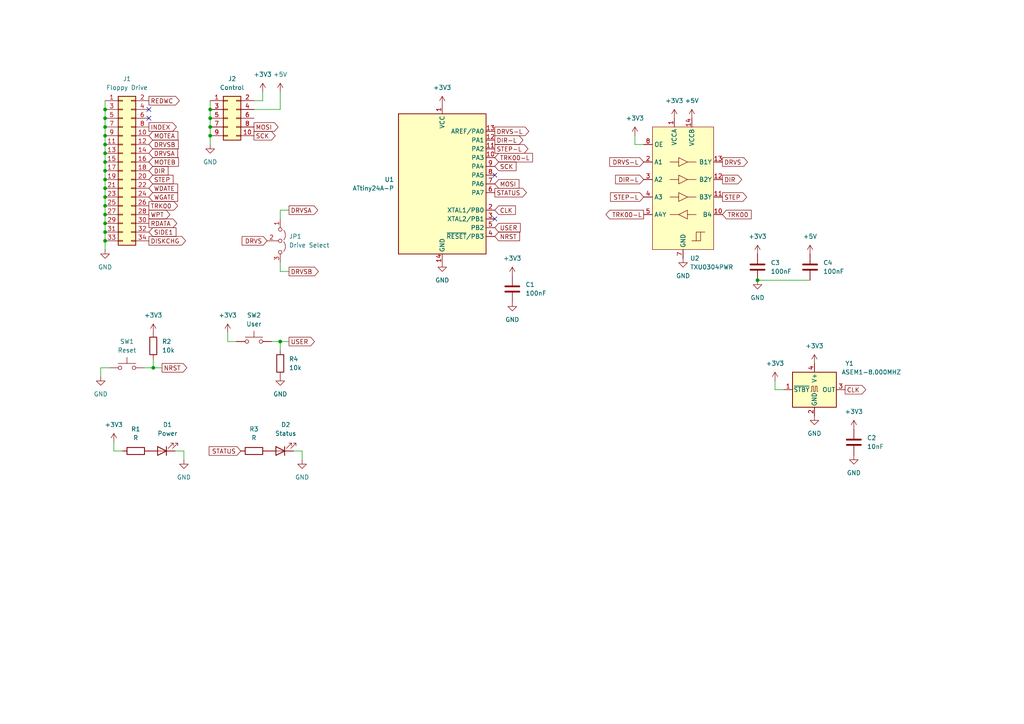
<source format=kicad_sch>
(kicad_sch (version 20211123) (generator eeschema)
  (paper "A4")
  (lib_symbols
    (symbol "Connector_Generic:Conn_02x05_Odd_Even" (pin_names (offset 1.016) hide)
      (property "Reference" "J" (at 1.27 7.62 0))
      (property "Value" "Conn_02x05_Odd_Even" (at 1.27 -7.62 0))
      (symbol "Conn_02x05_Odd_Even_1_1"
        (rectangle (start -1.27 -4.953) (end 0 -5.207) (stroke (width 0.1524)))
        (rectangle (start -1.27 -2.413) (end 0 -2.667) (stroke (width 0.1524)))
        (rectangle (start -1.27 0.127) (end 0 -0.127) (stroke (width 0.1524)))
        (rectangle (start -1.27 2.667) (end 0 2.413) (stroke (width 0.1524)))
        (rectangle (start -1.27 5.207) (end 0 4.953) (stroke (width 0.1524)))
        (rectangle (start -1.27 6.35) (end 3.81 -6.35) (stroke (width 0.254)) (fill (type background)))
        (rectangle (start 3.81 -4.953) (end 2.54 -5.207) (stroke (width 0.1524)))
        (rectangle (start 3.81 -2.413) (end 2.54 -2.667) (stroke (width 0.1524)))
        (rectangle (start 3.81 0.127) (end 2.54 -0.127) (stroke (width 0.1524)))
        (rectangle (start 3.81 2.667) (end 2.54 2.413) (stroke (width 0.1524)))
        (rectangle (start 3.81 5.207) (end 2.54 4.953) (stroke (width 0.1524)))
        (pin passive line (at -5.08 5.08 0) (length 3.81) (name "Pin_1") (number "1"))
        (pin passive line (at 7.62 -5.08 180) (length 3.81) (name "Pin_10") (number "10"))
        (pin passive line (at 7.62 5.08 180) (length 3.81) (name "Pin_2") (number "2"))
        (pin passive line (at -5.08 2.54 0) (length 3.81) (name "Pin_3") (number "3"))
        (pin passive line (at 7.62 2.54 180) (length 3.81) (name "Pin_4") (number "4"))
        (pin passive line (at -5.08 0 0) (length 3.81) (name "Pin_5") (number "5"))
        (pin passive line (at 7.62 0 180) (length 3.81) (name "Pin_6") (number "6"))
        (pin passive line (at -5.08 -2.54 0) (length 3.81) (name "Pin_7") (number "7"))
        (pin passive line (at 7.62 -2.54 180) (length 3.81) (name "Pin_8") (number "8"))
        (pin passive line (at -5.08 -5.08 0) (length 3.81) (name "Pin_9") (number "9"))
      )
    )
    (symbol "Connector_Generic:Conn_02x17_Odd_Even" (pin_names (offset 1.016) hide)
      (property "Reference" "J" (at 1.27 22.86 0))
      (property "Value" "Conn_02x17_Odd_Even" (at 1.27 -22.86 0))
      (symbol "Conn_02x17_Odd_Even_1_1"
        (rectangle (start -1.27 -20.193) (end 0 -20.447) (stroke (width 0.1524)))
        (rectangle (start -1.27 -17.653) (end 0 -17.907) (stroke (width 0.1524)))
        (rectangle (start -1.27 -15.113) (end 0 -15.367) (stroke (width 0.1524)))
        (rectangle (start -1.27 -12.573) (end 0 -12.827) (stroke (width 0.1524)))
        (rectangle (start -1.27 -10.033) (end 0 -10.287) (stroke (width 0.1524)))
        (rectangle (start -1.27 -7.493) (end 0 -7.747) (stroke (width 0.1524)))
        (rectangle (start -1.27 -4.953) (end 0 -5.207) (stroke (width 0.1524)))
        (rectangle (start -1.27 -2.413) (end 0 -2.667) (stroke (width 0.1524)))
        (rectangle (start -1.27 0.127) (end 0 -0.127) (stroke (width 0.1524)))
        (rectangle (start -1.27 2.667) (end 0 2.413) (stroke (width 0.1524)))
        (rectangle (start -1.27 5.207) (end 0 4.953) (stroke (width 0.1524)))
        (rectangle (start -1.27 7.747) (end 0 7.493) (stroke (width 0.1524)))
        (rectangle (start -1.27 10.287) (end 0 10.033) (stroke (width 0.1524)))
        (rectangle (start -1.27 12.827) (end 0 12.573) (stroke (width 0.1524)))
        (rectangle (start -1.27 15.367) (end 0 15.113) (stroke (width 0.1524)))
        (rectangle (start -1.27 17.907) (end 0 17.653) (stroke (width 0.1524)))
        (rectangle (start -1.27 20.447) (end 0 20.193) (stroke (width 0.1524)))
        (rectangle (start -1.27 21.59) (end 3.81 -21.59) (stroke (width 0.254)) (fill (type background)))
        (rectangle (start 3.81 -20.193) (end 2.54 -20.447) (stroke (width 0.1524)))
        (rectangle (start 3.81 -17.653) (end 2.54 -17.907) (stroke (width 0.1524)))
        (rectangle (start 3.81 -15.113) (end 2.54 -15.367) (stroke (width 0.1524)))
        (rectangle (start 3.81 -12.573) (end 2.54 -12.827) (stroke (width 0.1524)))
        (rectangle (start 3.81 -10.033) (end 2.54 -10.287) (stroke (width 0.1524)))
        (rectangle (start 3.81 -7.493) (end 2.54 -7.747) (stroke (width 0.1524)))
        (rectangle (start 3.81 -4.953) (end 2.54 -5.207) (stroke (width 0.1524)))
        (rectangle (start 3.81 -2.413) (end 2.54 -2.667) (stroke (width 0.1524)))
        (rectangle (start 3.81 0.127) (end 2.54 -0.127) (stroke (width 0.1524)))
        (rectangle (start 3.81 2.667) (end 2.54 2.413) (stroke (width 0.1524)))
        (rectangle (start 3.81 5.207) (end 2.54 4.953) (stroke (width 0.1524)))
        (rectangle (start 3.81 7.747) (end 2.54 7.493) (stroke (width 0.1524)))
        (rectangle (start 3.81 10.287) (end 2.54 10.033) (stroke (width 0.1524)))
        (rectangle (start 3.81 12.827) (end 2.54 12.573) (stroke (width 0.1524)))
        (rectangle (start 3.81 15.367) (end 2.54 15.113) (stroke (width 0.1524)))
        (rectangle (start 3.81 17.907) (end 2.54 17.653) (stroke (width 0.1524)))
        (rectangle (start 3.81 20.447) (end 2.54 20.193) (stroke (width 0.1524)))
        (pin passive line (at -5.08 20.32 0) (length 3.81) (name "Pin_1") (number "1"))
        (pin passive line (at 7.62 10.16 180) (length 3.81) (name "Pin_10") (number "10"))
        (pin passive line (at -5.08 7.62 0) (length 3.81) (name "Pin_11") (number "11"))
        (pin passive line (at 7.62 7.62 180) (length 3.81) (name "Pin_12") (number "12"))
        (pin passive line (at -5.08 5.08 0) (length 3.81) (name "Pin_13") (number "13"))
        (pin passive line (at 7.62 5.08 180) (length 3.81) (name "Pin_14") (number "14"))
        (pin passive line (at -5.08 2.54 0) (length 3.81) (name "Pin_15") (number "15"))
        (pin passive line (at 7.62 2.54 180) (length 3.81) (name "Pin_16") (number "16"))
        (pin passive line (at -5.08 0 0) (length 3.81) (name "Pin_17") (number "17"))
        (pin passive line (at 7.62 0 180) (length 3.81) (name "Pin_18") (number "18"))
        (pin passive line (at -5.08 -2.54 0) (length 3.81) (name "Pin_19") (number "19"))
        (pin passive line (at 7.62 20.32 180) (length 3.81) (name "Pin_2") (number "2"))
        (pin passive line (at 7.62 -2.54 180) (length 3.81) (name "Pin_20") (number "20"))
        (pin passive line (at -5.08 -5.08 0) (length 3.81) (name "Pin_21") (number "21"))
        (pin passive line (at 7.62 -5.08 180) (length 3.81) (name "Pin_22") (number "22"))
        (pin passive line (at -5.08 -7.62 0) (length 3.81) (name "Pin_23") (number "23"))
        (pin passive line (at 7.62 -7.62 180) (length 3.81) (name "Pin_24") (number "24"))
        (pin passive line (at -5.08 -10.16 0) (length 3.81) (name "Pin_25") (number "25"))
        (pin passive line (at 7.62 -10.16 180) (length 3.81) (name "Pin_26") (number "26"))
        (pin passive line (at -5.08 -12.7 0) (length 3.81) (name "Pin_27") (number "27"))
        (pin passive line (at 7.62 -12.7 180) (length 3.81) (name "Pin_28") (number "28"))
        (pin passive line (at -5.08 -15.24 0) (length 3.81) (name "Pin_29") (number "29"))
        (pin passive line (at -5.08 17.78 0) (length 3.81) (name "Pin_3") (number "3"))
        (pin passive line (at 7.62 -15.24 180) (length 3.81) (name "Pin_30") (number "30"))
        (pin passive line (at -5.08 -17.78 0) (length 3.81) (name "Pin_31") (number "31"))
        (pin passive line (at 7.62 -17.78 180) (length 3.81) (name "Pin_32") (number "32"))
        (pin passive line (at -5.08 -20.32 0) (length 3.81) (name "Pin_33") (number "33"))
        (pin passive line (at 7.62 -20.32 180) (length 3.81) (name "Pin_34") (number "34"))
        (pin passive line (at 7.62 17.78 180) (length 3.81) (name "Pin_4") (number "4"))
        (pin passive line (at -5.08 15.24 0) (length 3.81) (name "Pin_5") (number "5"))
        (pin passive line (at 7.62 15.24 180) (length 3.81) (name "Pin_6") (number "6"))
        (pin passive line (at -5.08 12.7 0) (length 3.81) (name "Pin_7") (number "7"))
        (pin passive line (at 7.62 12.7 180) (length 3.81) (name "Pin_8") (number "8"))
        (pin passive line (at -5.08 10.16 0) (length 3.81) (name "Pin_9") (number "9"))
      )
    )
    (symbol "Device:C" (pin_numbers hide) (pin_names (offset 0.254))
      (property "Reference" "C" (at 0.635 2.54 0))
      (property "Value" "C" (at 0.635 -2.54 0))
      (symbol "C_0_1"
        (polyline (pts (xy -2.032 -0.762) (xy 2.032 -0.762)) (stroke (width 0.508)))
        (polyline (pts (xy -2.032 0.762) (xy 2.032 0.762)) (stroke (width 0.508)))
      )
      (symbol "C_1_1"
        (pin passive line (at 0 3.81 270) (length 2.794) (name "~") (number "1"))
        (pin passive line (at 0 -3.81 90) (length 2.794) (name "~") (number "2"))
      )
    )
    (symbol "Device:LED" (pin_numbers hide) (pin_names (offset 1.016) hide)
      (property "Reference" "D" (at 0 2.54 0))
      (property "Value" "LED" (at 0 -2.54 0))
      (symbol "LED_0_1"
        (polyline (pts (xy -1.27 -1.27) (xy -1.27 1.27)) (stroke (width 0.254)))
        (polyline (pts (xy -1.27 0) (xy 1.27 0)))
        (polyline (pts (xy 1.27 -1.27) (xy 1.27 1.27) (xy -1.27 0) (xy 1.27 -1.27)) (stroke (width 0.254)))
        (polyline (pts (xy -3.048 -0.762) (xy -4.572 -2.286) (xy -3.81 -2.286) (xy -4.572 -2.286) (xy -4.572 -1.524)))
        (polyline (pts (xy -1.778 -0.762) (xy -3.302 -2.286) (xy -2.54 -2.286) (xy -3.302 -2.286) (xy -3.302 -1.524)))
      )
      (symbol "LED_1_1"
        (pin passive line (at -3.81 0 0) (length 2.54) (name "K") (number "1"))
        (pin passive line (at 3.81 0 180) (length 2.54) (name "A") (number "2"))
      )
    )
    (symbol "Device:R" (pin_numbers hide) (pin_names (offset 0))
      (property "Reference" "R" (at 2.032 0 90))
      (property "Value" "R" (at 0 0 90))
      (symbol "R_0_1"
        (rectangle (start -1.016 -2.54) (end 1.016 2.54) (stroke (width 0.254)))
      )
      (symbol "R_1_1"
        (pin passive line (at 0 3.81 270) (length 1.27) (name "~") (number "1"))
        (pin passive line (at 0 -3.81 90) (length 1.27) (name "~") (number "2"))
      )
    )
    (symbol "Jumper:Jumper_3_Open" (pin_names (offset 0) hide)
      (property "Reference" "JP" (at -2.54 -2.54 0))
      (property "Value" "Jumper_3_Open" (at 0 2.794 0))
      (symbol "Jumper_3_Open_0_0"
        (circle (center -3.302 0) (radius 0.508))
        (circle (center 0 0) (radius 0.508))
        (circle (center 3.302 0) (radius 0.508))
      )
      (symbol "Jumper_3_Open_0_1"
        (arc (start -0.254 1.016) (mid -1.651 1.4992) (end -3.048 1.016))
        (polyline (pts (xy 0 -0.508) (xy 0 -1.27)))
        (arc (start 3.048 1.016) (mid 1.651 1.4992) (end 0.254 1.016))
      )
      (symbol "Jumper_3_Open_1_1"
        (pin passive line (at -6.35 0 0) (length 2.54) (name "A") (number "1"))
        (pin input line (at 0 -3.81 90) (length 2.54) (name "C") (number "2"))
        (pin passive line (at 6.35 0 180) (length 2.54) (name "B") (number "3"))
      )
    )
    (symbol "MCU_Microchip_ATtiny:ATtiny24A-P"
      (property "Reference" "U" (at -12.7 21.59 0))
      (property "Value" "ATtiny24A-P" (at 2.54 -21.59 0))
      (symbol "ATtiny24A-P_0_1"
        (rectangle (start -12.7 -20.32) (end 12.7 20.32) (stroke (width 0.254)) (fill (type background)))
      )
      (symbol "ATtiny24A-P_1_1"
        (pin power_in line (at 0 22.86 270) (length 2.54) (name "VCC") (number "1"))
        (pin bidirectional line (at 15.24 7.62 180) (length 2.54) (name "PA3") (number "10"))
        (pin bidirectional line (at 15.24 10.16 180) (length 2.54) (name "PA2") (number "11"))
        (pin bidirectional line (at 15.24 12.7 180) (length 2.54) (name "PA1") (number "12"))
        (pin bidirectional line (at 15.24 15.24 180) (length 2.54) (name "AREF/PA0") (number "13"))
        (pin power_in line (at 0 -22.86 90) (length 2.54) (name "GND") (number "14"))
        (pin bidirectional line (at 15.24 -7.62 180) (length 2.54) (name "XTAL1/PB0") (number "2"))
        (pin bidirectional line (at 15.24 -10.16 180) (length 2.54) (name "XTAL2/PB1") (number "3"))
        (pin bidirectional line (at 15.24 -15.24 180) (length 2.54) (name "~{RESET}/PB3") (number "4"))
        (pin bidirectional line (at 15.24 -12.7 180) (length 2.54) (name "PB2") (number "5"))
        (pin bidirectional line (at 15.24 -2.54 180) (length 2.54) (name "PA7") (number "6"))
        (pin bidirectional line (at 15.24 0 180) (length 2.54) (name "PA6") (number "7"))
        (pin bidirectional line (at 15.24 2.54 180) (length 2.54) (name "PA5") (number "8"))
        (pin bidirectional line (at 15.24 5.08 180) (length 2.54) (name "PA4") (number "9"))
      )
    )
    (symbol "Switch:SW_Push" (pin_numbers hide) (pin_names (offset 1.016) hide)
      (property "Reference" "SW" (at 1.27 2.54 0))
      (property "Value" "SW_Push" (at 0 -1.524 0))
      (symbol "SW_Push_0_1"
        (circle (center -2.032 0) (radius 0.508))
        (polyline (pts (xy 0 1.27) (xy 0 3.048)))
        (polyline (pts (xy 2.54 1.27) (xy -2.54 1.27)))
        (circle (center 2.032 0) (radius 0.508))
        (pin passive line (at -5.08 0 0) (length 2.54) (name "1") (number "1"))
        (pin passive line (at 5.08 0 180) (length 2.54) (name "2") (number "2"))
      )
    )
    (symbol "agausmann:ASEM" (pin_names (offset 0.254))
      (property "Reference" "Y" (at -5.08 6.35 0))
      (property "Value" "ASEM" (at 1.27 -6.35 0))
      (symbol "ASEM_0_1"
        (rectangle (start -6.35 5.08) (end 6.35 -5.08) (stroke (width 0.254)) (fill (type background)))
        (polyline (pts (xy -1.016 -0.508) (xy -0.762 -0.508) (xy -0.762 1.016) (xy -0.254 1.016) (xy -0.254 -0.508) (xy 0.254 -0.508) (xy 0.254 1.016) (xy 0.762 1.016) (xy 0.762 -0.508) (xy 1.016 -0.508)))
      )
      (symbol "ASEM_1_1"
        (pin input line (at -8.89 0 0) (length 2.54) (name "~{STBY}") (number "1"))
        (pin power_in line (at 0 -7.62 90) (length 2.54) (name "GND") (number "2"))
        (pin output line (at 8.89 0 180) (length 2.54) (name "OUT") (number "3"))
        (pin power_in line (at 0 7.62 270) (length 2.54) (name "V+") (number "4"))
      )
    )
    (symbol "agausmann:TXU0304PWR"
      (property "Reference" "U" (at -16.51 -22.86 0))
      (property "Value" "TXU0304PWR" (at -16.51 -25.4 0))
      (symbol "TXU0304PWR_0_1"
        (rectangle (start -8.89 7.62) (end 8.89 -27.94) (fill (type background)))
        (polyline (pts (xy -1.27 -17.78) (xy -3.81 -17.78)))
        (polyline (pts (xy -1.27 -12.7) (xy -3.81 -12.7)))
        (polyline (pts (xy -1.27 -7.62) (xy -3.81 -7.62)))
        (polyline (pts (xy -1.27 -2.54) (xy -3.81 -2.54)))
        (polyline (pts (xy 1.27 -17.78) (xy 3.81 -17.78)))
        (polyline (pts (xy 1.27 -12.7) (xy 3.81 -12.7)))
        (polyline (pts (xy 1.27 -7.62) (xy 3.81 -7.62)))
        (polyline (pts (xy 1.27 -2.54) (xy 3.81 -2.54)))
        (polyline (pts (xy 5.08 -22.86) (xy 5.08 -25.4) (xy 2.54 -25.4)))
        (polyline (pts (xy 6.35 -22.86) (xy 3.81 -22.86) (xy 3.81 -25.4)))
        (polyline (pts (xy -1.27 -11.43) (xy -1.27 -13.97) (xy 1.27 -12.7) (xy -1.27 -11.43)))
        (polyline (pts (xy -1.27 -6.35) (xy -1.27 -8.89) (xy 1.27 -7.62) (xy -1.27 -6.35)))
        (polyline (pts (xy -1.27 -1.27) (xy -1.27 -3.81) (xy 1.27 -2.54) (xy -1.27 -1.27)))
        (polyline (pts (xy 1.27 -19.05) (xy 1.27 -16.51) (xy -1.27 -17.78) (xy 1.27 -19.05)))
      )
      (symbol "TXU0304PWR_1_1"
        (pin power_in line (at -2.54 10.16 270) (length 2.54) (name "VCCA") (number "1"))
        (pin input line (at 11.43 -17.78 180) (length 2.54) (name "B4") (number "10"))
        (pin output line (at 11.43 -12.7 180) (length 2.54) (name "B3Y") (number "11"))
        (pin output line (at 11.43 -7.62 180) (length 2.54) (name "B2Y") (number "12"))
        (pin output line (at 11.43 -2.54 180) (length 2.54) (name "B1Y") (number "13"))
        (pin power_in line (at 2.54 10.16 270) (length 2.54) (name "VCCB") (number "14"))
        (pin input line (at -11.43 -2.54 0) (length 2.54) (name "A1") (number "2"))
        (pin input line (at -11.43 -7.62 0) (length 2.54) (name "A2") (number "3"))
        (pin input line (at -11.43 -12.7 0) (length 2.54) (name "A3") (number "4"))
        (pin output line (at -11.43 -17.78 0) (length 2.54) (name "A4Y") (number "5"))
        (pin power_in line (at 0 -30.48 90) (length 2.54) (name "GND") (number "7"))
        (pin input line (at -11.43 2.54 0) (length 2.54) (name "OE") (number "8"))
      )
    )
    (symbol "power:+3V3" (power) (pin_names (offset 0))
      (property "Value" "+3V3" (at 0 3.556 0))
      (symbol "+3V3_0_1"
        (polyline (pts (xy -0.762 1.27) (xy 0 2.54)))
        (polyline (pts (xy 0 0) (xy 0 2.54)))
        (polyline (pts (xy 0 2.54) (xy 0.762 1.27)))
      )
      (symbol "+3V3_1_1"
        (pin power_in line (at 0 0 90) (length 0) hide (name "+3V3") (number "1"))
      )
    )
    (symbol "power:+5V" (power) (pin_names (offset 0))
      (property "Value" "+5V" (at 0 3.556 0))
      (symbol "+5V_0_1"
        (polyline (pts (xy -0.762 1.27) (xy 0 2.54)))
        (polyline (pts (xy 0 0) (xy 0 2.54)))
        (polyline (pts (xy 0 2.54) (xy 0.762 1.27)))
      )
      (symbol "+5V_1_1"
        (pin power_in line (at 0 0 90) (length 0) hide (name "+5V") (number "1"))
      )
    )
    (symbol "power:GND" (power) (pin_names (offset 0))
      (property "Value" "GND" (at 0 -3.81 0))
      (symbol "GND_0_1"
        (polyline (pts (xy 0 0) (xy 0 -1.27) (xy 1.27 -1.27) (xy 0 -2.54) (xy -1.27 -1.27) (xy 0 -1.27)))
      )
      (symbol "GND_1_1"
        (pin power_in line (at 0 0 270) (length 0) hide (name "GND") (number "1"))
      )
    )
  )
  (junction (at 30.48 41.91))
  (junction (at 30.48 62.23))
  (junction (at 30.48 34.29))
  (junction (at 30.48 67.31))
  (junction (at 30.48 49.53))
  (junction (at 30.48 44.45))
  (junction (at 60.96 31.75))
  (junction (at 44.45 106.68))
  (junction (at 30.48 57.15))
  (junction (at 30.48 39.37))
  (junction (at 81.28 99.06))
  (junction (at 60.96 39.37))
  (junction (at 30.48 54.61))
  (junction (at 30.48 46.99))
  (junction (at 30.48 64.77))
  (junction (at 30.48 69.85))
  (junction (at 219.71 81.28))
  (junction (at 60.96 36.83))
  (junction (at 30.48 52.07))
  (junction (at 60.96 34.29))
  (junction (at 30.48 36.83))
  (junction (at 30.48 31.75))
  (junction (at 30.48 59.69))
  (no_connect (at 143.51 50.8))
  (no_connect (at 143.51 63.5))
  (no_connect (at 43.18 31.75))
  (no_connect (at 43.18 34.29))
  (wire (pts (xy 30.48 39.37) (xy 30.48 41.91)))
  (wire (pts (xy 53.34 130.81) (xy 53.34 133.35)))
  (wire (pts (xy 30.48 44.45) (xy 30.48 46.99)))
  (wire (pts (xy 60.96 36.83) (xy 60.96 39.37)))
  (wire (pts (xy 76.2 26.67) (xy 76.2 29.21)))
  (wire (pts (xy 184.15 39.37) (xy 184.15 41.91)))
  (wire (pts (xy 30.48 36.83) (xy 30.48 39.37)))
  (wire (pts (xy 85.09 130.81) (xy 87.63 130.81)))
  (wire (pts (xy 30.48 34.29) (xy 30.48 36.83)))
  (wire (pts (xy 66.04 96.52) (xy 66.04 99.06)))
  (wire (pts (xy 29.21 106.68) (xy 29.21 109.22)))
  (wire (pts (xy 224.79 113.03) (xy 227.33 113.03)))
  (wire (pts (xy 78.74 99.06) (xy 81.28 99.06)))
  (wire (pts (xy 81.28 99.06) (xy 81.28 101.6)))
  (wire (pts (xy 33.02 130.81) (xy 35.56 130.81)))
  (wire (pts (xy 30.48 49.53) (xy 30.48 52.07)))
  (wire (pts (xy 30.48 52.07) (xy 30.48 54.61)))
  (wire (pts (xy 50.8 130.81) (xy 53.34 130.81)))
  (wire (pts (xy 31.75 106.68) (xy 29.21 106.68)))
  (wire (pts (xy 30.48 59.69) (xy 30.48 62.23)))
  (wire (pts (xy 60.96 39.37) (xy 60.96 41.91)))
  (wire (pts (xy 30.48 69.85) (xy 30.48 72.39)))
  (wire (pts (xy 81.28 60.96) (xy 81.28 63.5)))
  (wire (pts (xy 30.48 41.91) (xy 30.48 44.45)))
  (wire (pts (xy 87.63 130.81) (xy 87.63 133.35)))
  (wire (pts (xy 219.71 81.28) (xy 234.95 81.28)))
  (wire (pts (xy 44.45 106.68) (xy 44.45 104.14)))
  (wire (pts (xy 60.96 31.75) (xy 60.96 34.29)))
  (wire (pts (xy 81.28 26.67) (xy 81.28 31.75)))
  (wire (pts (xy 186.69 41.91) (xy 184.15 41.91)))
  (wire (pts (xy 66.04 99.06) (xy 68.58 99.06)))
  (wire (pts (xy 81.28 99.06) (xy 83.82 99.06)))
  (wire (pts (xy 44.45 106.68) (xy 46.99 106.68)))
  (wire (pts (xy 60.96 29.21) (xy 60.96 31.75)))
  (wire (pts (xy 30.48 64.77) (xy 30.48 67.31)))
  (wire (pts (xy 224.79 110.49) (xy 224.79 113.03)))
  (wire (pts (xy 30.48 57.15) (xy 30.48 59.69)))
  (wire (pts (xy 81.28 31.75) (xy 73.66 31.75)))
  (wire (pts (xy 30.48 67.31) (xy 30.48 69.85)))
  (wire (pts (xy 60.96 34.29) (xy 60.96 36.83)))
  (wire (pts (xy 81.28 76.2) (xy 81.28 78.74)))
  (wire (pts (xy 30.48 29.21) (xy 30.48 31.75)))
  (wire (pts (xy 30.48 54.61) (xy 30.48 57.15)))
  (wire (pts (xy 30.48 46.99) (xy 30.48 49.53)))
  (wire (pts (xy 30.48 31.75) (xy 30.48 34.29)))
  (wire (pts (xy 33.02 128.27) (xy 33.02 130.81)))
  (wire (pts (xy 81.28 78.74) (xy 83.82 78.74)))
  (wire (pts (xy 41.91 106.68) (xy 44.45 106.68)))
  (wire (pts (xy 83.82 60.96) (xy 81.28 60.96)))
  (wire (pts (xy 76.2 29.21) (xy 73.66 29.21)))
  (wire (pts (xy 30.48 62.23) (xy 30.48 64.77)))
  (global_label "TRK00-L" (shape output) (at 186.69 62.23 180) (property "Intersheet References" "${INTERSHEET_REFS}" (effects hide)))
  (global_label "USER" (shape output) (at 83.82 99.06 0) (property "Intersheet References" "${INTERSHEET_REFS}" (effects hide)))
  (global_label "STATUS" (shape output) (at 143.51 55.88 0) (property "Intersheet References" "${INTERSHEET_REFS}" (effects hide)))
  (global_label "SCK" (shape input) (at 143.51 48.26 0) (property "Intersheet References" "${INTERSHEET_REFS}" (effects hide)))
  (global_label "TRK00-L" (shape input) (at 143.51 45.72 0) (property "Intersheet References" "${INTERSHEET_REFS}" (effects hide)))
  (global_label "DRVS" (shape output) (at 209.55 46.99 0) (property "Intersheet References" "${INTERSHEET_REFS}" (effects hide)))
  (global_label "DISKCHG" (shape output) (at 43.18 69.85 0) (property "Intersheet References" "${INTERSHEET_REFS}" (effects hide)))
  (global_label "DRVSA" (shape output) (at 83.82 60.96 0) (property "Intersheet References" "${INTERSHEET_REFS}" (effects hide)))
  (global_label "TRK00" (shape output) (at 43.18 59.69 0) (property "Intersheet References" "${INTERSHEET_REFS}" (effects hide)))
  (global_label "MOSI" (shape input) (at 143.51 53.34 0) (property "Intersheet References" "${INTERSHEET_REFS}" (effects hide)))
  (global_label "MOSI" (shape output) (at 73.66 36.83 0) (property "Intersheet References" "${INTERSHEET_REFS}" (effects hide)))
  (global_label "REDWC" (shape output) (at 43.18 29.21 0) (property "Intersheet References" "${INTERSHEET_REFS}" (effects hide)))
  (global_label "WGATE" (shape input) (at 43.18 57.15 0) (property "Intersheet References" "${INTERSHEET_REFS}" (effects hide)))
  (global_label "NRST" (shape input) (at 143.51 68.58 0) (property "Intersheet References" "${INTERSHEET_REFS}" (effects hide)))
  (global_label "SCK" (shape output) (at 73.66 39.37 0) (property "Intersheet References" "${INTERSHEET_REFS}" (effects hide)))
  (global_label "STATUS" (shape input) (at 69.85 130.81 180) (property "Intersheet References" "${INTERSHEET_REFS}" (effects hide)))
  (global_label "RDATA" (shape output) (at 43.18 64.77 0) (property "Intersheet References" "${INTERSHEET_REFS}" (effects hide)))
  (global_label "STEP-L" (shape output) (at 143.51 43.18 0) (property "Intersheet References" "${INTERSHEET_REFS}" (effects hide)))
  (global_label "MOTEA" (shape input) (at 43.18 39.37 0) (property "Intersheet References" "${INTERSHEET_REFS}" (effects hide)))
  (global_label "DRVSB" (shape output) (at 83.82 78.74 0) (property "Intersheet References" "${INTERSHEET_REFS}" (effects hide)))
  (global_label "DIR-L" (shape input) (at 186.69 52.07 180) (property "Intersheet References" "${INTERSHEET_REFS}" (effects hide)))
  (global_label "WPT" (shape output) (at 43.18 62.23 0) (property "Intersheet References" "${INTERSHEET_REFS}" (effects hide)))
  (global_label "USER" (shape input) (at 143.51 66.04 0) (property "Intersheet References" "${INTERSHEET_REFS}" (effects hide)))
  (global_label "DRVS" (shape input) (at 77.47 69.85 180) (property "Intersheet References" "${INTERSHEET_REFS}" (effects hide)))
  (global_label "SIDE1" (shape input) (at 43.18 67.31 0) (property "Intersheet References" "${INTERSHEET_REFS}" (effects hide)))
  (global_label "DIR" (shape output) (at 209.55 52.07 0) (property "Intersheet References" "${INTERSHEET_REFS}" (effects hide)))
  (global_label "MOTEB" (shape input) (at 43.18 46.99 0) (property "Intersheet References" "${INTERSHEET_REFS}" (effects hide)))
  (global_label "DIR" (shape input) (at 43.18 49.53 0) (property "Intersheet References" "${INTERSHEET_REFS}" (effects hide)))
  (global_label "STEP" (shape input) (at 43.18 52.07 0) (property "Intersheet References" "${INTERSHEET_REFS}" (effects hide)))
  (global_label "CLK" (shape input) (at 143.51 60.96 0) (property "Intersheet References" "${INTERSHEET_REFS}" (effects hide)))
  (global_label "NRST" (shape output) (at 46.99 106.68 0) (property "Intersheet References" "${INTERSHEET_REFS}" (effects hide)))
  (global_label "DRVS-L" (shape input) (at 186.69 46.99 180) (property "Intersheet References" "${INTERSHEET_REFS}" (effects hide)))
  (global_label "WDATE" (shape input) (at 43.18 54.61 0) (property "Intersheet References" "${INTERSHEET_REFS}" (effects hide)))
  (global_label "DRVS-L" (shape output) (at 143.51 38.1 0) (property "Intersheet References" "${INTERSHEET_REFS}" (effects hide)))
  (global_label "DRVSA" (shape input) (at 43.18 44.45 0) (property "Intersheet References" "${INTERSHEET_REFS}" (effects hide)))
  (global_label "STEP" (shape output) (at 209.55 57.15 0) (property "Intersheet References" "${INTERSHEET_REFS}" (effects hide)))
  (global_label "TRK00" (shape input) (at 209.55 62.23 0) (property "Intersheet References" "${INTERSHEET_REFS}" (effects hide)))
  (global_label "CLK" (shape output) (at 245.11 113.03 0) (property "Intersheet References" "${INTERSHEET_REFS}" (effects hide)))
  (global_label "DIR-L" (shape output) (at 143.51 40.64 0) (property "Intersheet References" "${INTERSHEET_REFS}" (effects hide)))
  (global_label "STEP-L" (shape input) (at 186.69 57.15 180) (property "Intersheet References" "${INTERSHEET_REFS}" (effects hide)))
  (global_label "DRVSB" (shape input) (at 43.18 41.91 0) (property "Intersheet References" "${INTERSHEET_REFS}" (effects hide)))
  (global_label "INDEX" (shape output) (at 43.18 36.83 0) (property "Intersheet References" "${INTERSHEET_REFS}" (effects hide)))
  (symbol (lib_id "Switch:SW_Push") (at 73.66 99.06 0) (unit 1)
    (property "Reference" "SW2" (at 73.66 91.44 0))
    (property "Value" "User" (at 73.66 93.98 0))
    (property "Footprint" "Button_Switch_SMD:SW_Push_1P1T_NO_6x6mm_H9.5mm" (effects hide))
    (property "Digikey" "CKN10880CT-ND" (effects hide))
  )
  (symbol (lib_id "power:+3V3") (at 224.79 110.49 0) (unit 1)
    (property "Reference" "#PWR0101" (effects hide))
    (property "Value" "+3V3" (at 224.79 105.41 0))
  )
  (symbol (lib_id "Connector_Generic:Conn_02x05_Odd_Even") (at 66.04 34.29 0) (unit 1)
    (property "Reference" "J2" (at 67.31 22.86 0))
    (property "Value" "Control" (at 67.31 25.4 0))
    (property "Footprint" "Connector_IDC:IDC-Header_2x05_P2.54mm_Horizontal" (effects hide))
    (property "Digikey" "ED10533-ND" (effects hide))
  )
  (symbol (lib_id "power:GND") (at 29.21 109.22 0) (unit 1)
    (property "Reference" "#PWR01" (effects hide))
    (property "Value" "GND" (at 29.21 114.3 0))
  )
  (symbol (lib_id "power:+3V3") (at 33.02 128.27 0) (unit 1)
    (property "Reference" "#PWR03" (effects hide))
    (property "Value" "+3V3" (at 33.02 123.19 0))
  )
  (symbol (lib_id "Device:LED") (at 46.99 130.81 180) (unit 1)
    (property "Reference" "D1" (at 48.5775 123.19 0))
    (property "Value" "Power" (at 48.5775 125.73 0))
    (property "Footprint" "LED_SMD:LED_0603_1608Metric" (effects hide))
    (property "Digikey" "732-4978-1-ND" (effects hide))
  )
  (symbol (lib_id "Connector_Generic:Conn_02x17_Odd_Even") (at 35.56 49.53 0) (unit 1)
    (property "Reference" "J1" (at 36.83 22.86 0))
    (property "Value" "Floppy Drive" (at 36.83 25.4 0))
    (property "Footprint" "Connector_IDC:IDC-Header_2x17_P2.54mm_Horizontal" (effects hide))
    (property "Digikey" "S9207-ND" (effects hide))
  )
  (symbol (lib_id "power:+3V3") (at 76.2 26.67 0) (unit 1)
    (property "Reference" "#PWR08" (effects hide))
    (property "Value" "+3V3" (at 76.2 21.59 0))
  )
  (symbol (lib_id "power:GND") (at 247.65 132.08 0) (unit 1)
    (property "Reference" "#PWR0102" (effects hide))
    (property "Value" "GND" (at 247.65 137.16 0))
  )
  (symbol (lib_id "power:+5V") (at 234.95 73.66 0) (unit 1)
    (property "Reference" "#PWR020" (effects hide))
    (property "Value" "+5V" (at 234.95 68.58 0))
  )
  (symbol (lib_id "Device:R") (at 73.66 130.81 90) (unit 1)
    (property "Reference" "R3" (at 73.66 124.46 90))
    (property "Value" "R" (at 73.66 127 90))
    (property "Footprint" "Resistor_SMD:R_0603_1608Metric" (effects hide))
  )
  (symbol (lib_id "MCU_Microchip_ATtiny:ATtiny24A-P") (at 128.27 53.34 0) (unit 1)
    (property "Reference" "U1" (at 114.3 52.0699 0) (effects (justify right)))
    (property "Value" "ATtiny24A-P" (at 114.3 54.6099 0) (effects (justify right)))
    (property "Footprint" "Package_DIP:DIP-14_W7.62mm" (effects hide))
    (property "Datasheet" "http://ww1.microchip.com/downloads/en/DeviceDoc/doc8183.pdf" (effects hide))
    (property "Comment" "Socketed" (effects hide))
    (property "Digikey" "ED3045-5-ND" (effects hide))
  )
  (symbol (lib_id "power:GND") (at 148.59 87.63 0) (unit 1)
    (property "Reference" "#PWR015" (effects hide))
    (property "Value" "GND" (at 148.59 92.71 0))
  )
  (symbol (lib_id "power:+5V") (at 200.66 34.29 0) (unit 1)
    (property "Reference" "#PWR019" (effects hide))
    (property "Value" "+5V" (at 200.66 29.21 0))
  )
  (symbol (lib_id "power:+3V3") (at 247.65 124.46 0) (unit 1)
    (property "Reference" "#PWR0103" (effects hide))
    (property "Value" "+3V3" (at 247.65 119.38 0))
  )
  (symbol (lib_id "power:+3V3") (at 66.04 96.52 0) (unit 1)
    (property "Reference" "#PWR07" (effects hide))
    (property "Value" "+3V3" (at 66.04 91.44 0))
  )
  (symbol (lib_id "power:GND") (at 60.96 41.91 0) (unit 1)
    (property "Reference" "#PWR06" (effects hide))
    (property "Value" "GND" (at 60.96 46.99 0))
  )
  (symbol (lib_id "power:GND") (at 128.27 76.2 0) (unit 1)
    (property "Reference" "#PWR013" (effects hide))
    (property "Value" "GND" (at 128.27 81.28 0))
  )
  (symbol (lib_id "power:GND") (at 81.28 109.22 0) (unit 1)
    (property "Reference" "#PWR010" (effects hide))
    (property "Value" "GND" (at 81.28 114.3 0))
  )
  (symbol (lib_id "agausmann:ASEM") (at 236.22 113.03 0) (unit 1)
    (property "Reference" "Y1" (at 246.38 105.41 0))
    (property "Value" "ASEM1-8.000MHZ" (at 252.73 107.95 0))
    (property "Footprint" "agausmann:ASEM-4Pin-3.2x2.5mm" (effects hide))
    (property "Datasheet" "https://abracon.com/Oscillators/ASEM.pdf" (effects hide))
    (property "Digikey" "535-9754-1-ND" (effects hide))
  )
  (symbol (lib_id "Device:R") (at 39.37 130.81 90) (unit 1)
    (property "Reference" "R1" (at 39.37 124.46 90))
    (property "Value" "R" (at 39.37 127 90))
    (property "Footprint" "Resistor_SMD:R_0603_1608Metric" (effects hide))
  )
  (symbol (lib_id "power:+3V3") (at 44.45 96.52 0) (unit 1)
    (property "Reference" "#PWR04" (effects hide))
    (property "Value" "+3V3" (at 44.45 91.44 0))
  )
  (symbol (lib_id "power:+3V3") (at 219.71 73.66 0) (unit 1)
    (property "Reference" "#PWR0104" (effects hide))
    (property "Value" "+3V3" (at 219.71 68.58 0))
  )
  (symbol (lib_id "power:GND") (at 219.71 81.28 0) (unit 1)
    (property "Reference" "#PWR0105" (effects hide))
    (property "Value" "GND" (at 219.71 86.36 0))
  )
  (symbol (lib_id "power:+3V3") (at 236.22 105.41 0) (unit 1)
    (property "Reference" "#PWR021" (effects hide))
    (property "Value" "+3V3" (at 236.22 100.33 0))
  )
  (symbol (lib_id "power:+3V3") (at 184.15 39.37 0) (unit 1)
    (property "Reference" "#PWR016" (effects hide))
    (property "Value" "+3V3" (at 184.15 34.29 0))
  )
  (symbol (lib_id "power:GND") (at 53.34 133.35 0) (unit 1)
    (property "Reference" "#PWR05" (effects hide))
    (property "Value" "GND" (at 53.34 138.43 0))
  )
  (symbol (lib_id "Device:C") (at 219.71 77.47 0) (unit 1)
    (property "Reference" "C3" (at 223.52 76.1999 0) (effects (justify left)))
    (property "Value" "100nF" (at 223.52 78.7399 0) (effects (justify left)))
    (property "Footprint" "Capacitor_SMD:C_0603_1608Metric" (effects hide))
    (property "Digikey" "1276-1005-1-ND" (effects hide))
  )
  (symbol (lib_id "power:GND") (at 236.22 120.65 0) (unit 1)
    (property "Reference" "#PWR022" (effects hide))
    (property "Value" "GND" (at 236.22 125.73 0))
  )
  (symbol (lib_id "power:+3V3") (at 148.59 80.01 0) (unit 1)
    (property "Reference" "#PWR014" (effects hide))
    (property "Value" "+3V3" (at 148.59 74.93 0))
  )
  (symbol (lib_id "Device:C") (at 247.65 128.27 0) (unit 1)
    (property "Reference" "C2" (at 251.46 126.9999 0) (effects (justify left)))
    (property "Value" "10nF" (at 251.46 129.5399 0) (effects (justify left)))
    (property "Footprint" "Capacitor_SMD:C_0603_1608Metric" (effects hide))
    (property "Digikey" "1276-1926-1-ND" (effects hide))
  )
  (symbol (lib_id "Device:R") (at 44.45 100.33 0) (unit 1)
    (property "Reference" "R2" (at 46.99 99.0599 0) (effects (justify left)))
    (property "Value" "10k" (at 46.99 101.5999 0) (effects (justify left)))
    (property "Footprint" "Resistor_SMD:R_0603_1608Metric" (effects hide))
  )
  (symbol (lib_id "power:GND") (at 198.12 74.93 0) (unit 1)
    (property "Reference" "#PWR018" (effects hide))
    (property "Value" "GND" (at 198.12 80.01 0))
  )
  (symbol (lib_id "Device:LED") (at 81.28 130.81 180) (unit 1)
    (property "Reference" "D2" (at 82.8675 123.19 0))
    (property "Value" "Status" (at 82.8675 125.73 0))
    (property "Footprint" "LED_SMD:LED_0603_1608Metric" (effects hide))
    (property "Digikey" "732-4971-1-ND" (effects hide))
  )
  (symbol (lib_id "Switch:SW_Push") (at 36.83 106.68 0) (unit 1)
    (property "Reference" "SW1" (at 36.83 99.06 0))
    (property "Value" "Reset" (at 36.83 101.6 0))
    (property "Footprint" "Button_Switch_SMD:SW_Push_1P1T_NO_6x6mm_H9.5mm" (effects hide))
    (property "Digikey" "CKN10880CT-ND" (effects hide))
  )
  (symbol (lib_id "power:+3V3") (at 195.58 34.29 0) (unit 1)
    (property "Reference" "#PWR017" (effects hide))
    (property "Value" "+3V3" (at 195.58 29.21 0))
  )
  (symbol (lib_id "agausmann:TXU0304PWR") (at 198.12 44.45 0) (unit 1)
    (property "Reference" "U2" (at 200.1394 74.93 0) (effects (justify left)))
    (property "Value" "TXU0304PWR" (at 200.1394 77.47 0) (effects (justify left)))
    (property "Footprint" "Package_SO:TSSOP-14_4.4x5mm_P0.65mm" (effects hide))
    (property "Datasheet" "https://www.ti.com/lit/ds/symlink/txu0304.pdf" (effects hide))
    (property "Digikey" "296-TXU0304PWRCT-ND" (effects hide))
  )
  (symbol (lib_id "power:+5V") (at 81.28 26.67 0) (unit 1)
    (property "Reference" "#PWR09" (effects hide))
    (property "Value" "+5V" (at 81.28 21.59 0))
  )
  (symbol (lib_id "Device:R") (at 81.28 105.41 0) (unit 1)
    (property "Reference" "R4" (at 83.82 104.1399 0) (effects (justify left)))
    (property "Value" "10k" (at 83.82 106.6799 0) (effects (justify left)))
    (property "Footprint" "Resistor_SMD:R_0603_1608Metric" (effects hide))
  )
  (symbol (lib_id "Device:C") (at 234.95 77.47 0) (unit 1)
    (property "Reference" "C4" (at 238.76 76.1999 0) (effects (justify left)))
    (property "Value" "100nF" (at 238.76 78.7399 0) (effects (justify left)))
    (property "Footprint" "Capacitor_SMD:C_0603_1608Metric" (effects hide))
    (property "Digikey" "1276-1005-1-ND" (effects hide))
  )
  (symbol (lib_id "power:+3V3") (at 128.27 30.48 0) (unit 1)
    (property "Reference" "#PWR012" (effects hide))
    (property "Value" "+3V3" (at 128.27 25.4 0))
  )
  (symbol (lib_id "Device:C") (at 148.59 83.82 0) (unit 1)
    (property "Reference" "C1" (at 152.4 82.5499 0) (effects (justify left)))
    (property "Value" "100nF" (at 152.4 85.0899 0) (effects (justify left)))
    (property "Footprint" "Capacitor_SMD:C_0603_1608Metric" (effects hide))
    (property "Digikey" "1276-1005-1-ND" (effects hide))
  )
  (symbol (lib_id "Jumper:Jumper_3_Open") (at 81.28 69.85 270) (unit 1)
    (property "Reference" "JP1" (at 83.82 68.5799 90) (effects (justify left)))
    (property "Value" "Drive Select" (at 83.82 71.1199 90) (effects (justify left)))
    (property "Footprint" "Connector_PinHeader_2.54mm:PinHeader_1x03_P2.54mm_Vertical" (effects hide))
  )
  (symbol (lib_id "power:GND") (at 30.48 72.39 0) (unit 1)
    (property "Reference" "#PWR02" (effects hide))
    (property "Value" "GND" (at 30.48 77.47 0))
  )
  (symbol (lib_id "power:GND") (at 87.63 133.35 0) (unit 1)
    (property "Reference" "#PWR011" (effects hide))
    (property "Value" "GND" (at 87.63 138.43 0))
  )
)
</source>
